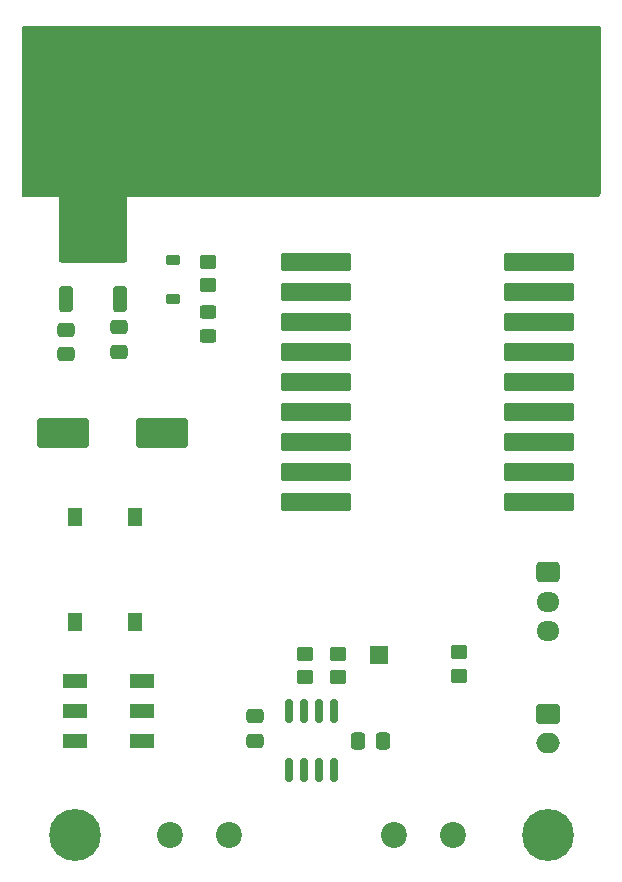
<source format=gbr>
%TF.GenerationSoftware,KiCad,Pcbnew,9.0.2*%
%TF.CreationDate,2025-07-25T15:36:06+01:00*%
%TF.ProjectId,doorbell_pcb_v2,646f6f72-6265-46c6-9c5f-7063625f7632,rev?*%
%TF.SameCoordinates,Original*%
%TF.FileFunction,Soldermask,Top*%
%TF.FilePolarity,Negative*%
%FSLAX46Y46*%
G04 Gerber Fmt 4.6, Leading zero omitted, Abs format (unit mm)*
G04 Created by KiCad (PCBNEW 9.0.2) date 2025-07-25 15:36:06*
%MOMM*%
%LPD*%
G01*
G04 APERTURE LIST*
G04 Aperture macros list*
%AMRoundRect*
0 Rectangle with rounded corners*
0 $1 Rounding radius*
0 $2 $3 $4 $5 $6 $7 $8 $9 X,Y pos of 4 corners*
0 Add a 4 corners polygon primitive as box body*
4,1,4,$2,$3,$4,$5,$6,$7,$8,$9,$2,$3,0*
0 Add four circle primitives for the rounded corners*
1,1,$1+$1,$2,$3*
1,1,$1+$1,$4,$5*
1,1,$1+$1,$6,$7*
1,1,$1+$1,$8,$9*
0 Add four rect primitives between the rounded corners*
20,1,$1+$1,$2,$3,$4,$5,0*
20,1,$1+$1,$4,$5,$6,$7,0*
20,1,$1+$1,$6,$7,$8,$9,0*
20,1,$1+$1,$8,$9,$2,$3,0*%
G04 Aperture macros list end*
%ADD10RoundRect,0.250000X0.475000X-0.337500X0.475000X0.337500X-0.475000X0.337500X-0.475000X-0.337500X0*%
%ADD11RoundRect,0.250000X0.450000X-0.350000X0.450000X0.350000X-0.450000X0.350000X-0.450000X-0.350000X0*%
%ADD12C,4.400000*%
%ADD13RoundRect,0.250000X-0.337500X-0.475000X0.337500X-0.475000X0.337500X0.475000X-0.337500X0.475000X0*%
%ADD14RoundRect,0.250000X-0.750000X0.600000X-0.750000X-0.600000X0.750000X-0.600000X0.750000X0.600000X0*%
%ADD15O,2.000000X1.700000*%
%ADD16RoundRect,0.250000X0.450000X-0.325000X0.450000X0.325000X-0.450000X0.325000X-0.450000X-0.325000X0*%
%ADD17RoundRect,0.250000X1.950000X1.000000X-1.950000X1.000000X-1.950000X-1.000000X1.950000X-1.000000X0*%
%ADD18R,2.000000X1.200000*%
%ADD19R,1.300000X1.500000*%
%ADD20RoundRect,0.150000X0.150000X-0.825000X0.150000X0.825000X-0.150000X0.825000X-0.150000X-0.825000X0*%
%ADD21C,2.200000*%
%ADD22RoundRect,0.250000X-0.475000X0.337500X-0.475000X-0.337500X0.475000X-0.337500X0.475000X0.337500X0*%
%ADD23RoundRect,0.250000X0.350000X-0.850000X0.350000X0.850000X-0.350000X0.850000X-0.350000X-0.850000X0*%
%ADD24RoundRect,0.249997X2.650003X-2.950003X2.650003X2.950003X-2.650003X2.950003X-2.650003X-2.950003X0*%
%ADD25RoundRect,0.250000X-0.725000X0.600000X-0.725000X-0.600000X0.725000X-0.600000X0.725000X0.600000X0*%
%ADD26O,1.950000X1.700000*%
%ADD27RoundRect,0.225000X2.775000X0.525000X-2.775000X0.525000X-2.775000X-0.525000X2.775000X-0.525000X0*%
%ADD28C,1.000000*%
%ADD29RoundRect,0.225000X-2.775000X-0.525000X2.775000X-0.525000X2.775000X0.525000X-2.775000X0.525000X0*%
%ADD30RoundRect,0.250000X-0.450000X0.350000X-0.450000X-0.350000X0.450000X-0.350000X0.450000X0.350000X0*%
%ADD31R,1.500000X1.500000*%
%ADD32RoundRect,0.225000X-0.375000X0.225000X-0.375000X-0.225000X0.375000X-0.225000X0.375000X0.225000X0*%
G04 APERTURE END LIST*
D10*
%TO.C,C2*%
X145250000Y-116037500D03*
X145250000Y-113962500D03*
%TD*%
D11*
%TO.C,R4*%
X141250000Y-77475000D03*
X141250000Y-75475000D03*
%TD*%
%TO.C,R3*%
X162500000Y-110500000D03*
X162500000Y-108500000D03*
%TD*%
D12*
%TO.C,H2*%
X170000000Y-60000000D03*
%TD*%
D11*
%TO.C,R1*%
X149500000Y-110662500D03*
X149500000Y-108662500D03*
%TD*%
D13*
%TO.C,C1*%
X153962500Y-116000000D03*
X156037500Y-116000000D03*
%TD*%
D14*
%TO.C,J3*%
X170000000Y-113750000D03*
D15*
X170000000Y-116250000D03*
%TD*%
D16*
%TO.C,D3*%
X141250000Y-81750000D03*
X141250000Y-79700000D03*
%TD*%
D17*
%TO.C,C3*%
X137400000Y-90000000D03*
X129000000Y-90000000D03*
%TD*%
D18*
%TO.C,SW1*%
X130000000Y-116000000D03*
X130000000Y-113500000D03*
X130000000Y-111000000D03*
X135700000Y-116000000D03*
X135700000Y-113500000D03*
X135700000Y-111000000D03*
%TD*%
D12*
%TO.C,H1*%
X130000000Y-60000000D03*
%TD*%
%TO.C,H4*%
X130000000Y-124000000D03*
%TD*%
D19*
%TO.C,D1*%
X135100000Y-97100000D03*
X130000000Y-97100000D03*
X130000000Y-106000000D03*
X135100000Y-106000000D03*
%TD*%
D20*
%TO.C,U1*%
X148095000Y-118475000D03*
X149365000Y-118475000D03*
X150635000Y-118475000D03*
X151905000Y-118475000D03*
X151905000Y-113525000D03*
X150635000Y-113525000D03*
X149365000Y-113525000D03*
X148095000Y-113525000D03*
%TD*%
D21*
%TO.C,J1*%
X138000000Y-124000000D03*
X143000000Y-124000000D03*
%TD*%
D12*
%TO.C,H3*%
X170000000Y-124000000D03*
%TD*%
D21*
%TO.C,J2*%
X157000000Y-124000000D03*
X162000000Y-124000000D03*
%TD*%
D22*
%TO.C,C5*%
X129250000Y-81212500D03*
X129250000Y-83287500D03*
%TD*%
%TO.C,C7*%
X133750000Y-81000000D03*
X133750000Y-83075000D03*
%TD*%
D23*
%TO.C,U2*%
X129245000Y-78625000D03*
D24*
X131525000Y-72325000D03*
D23*
X133805000Y-78625000D03*
%TD*%
D25*
%TO.C,J4*%
X170000000Y-101750000D03*
D26*
X170000000Y-104250000D03*
X170000000Y-106750000D03*
%TD*%
D27*
%TO.C,U3*%
X150440000Y-75500000D03*
D28*
X152250000Y-75500000D03*
D27*
X150440000Y-78040000D03*
D28*
X152250000Y-78040000D03*
D27*
X150440000Y-80580000D03*
D28*
X152250000Y-80580000D03*
D27*
X150440000Y-83120000D03*
D28*
X152250000Y-83120000D03*
D27*
X150440000Y-85660000D03*
D28*
X152250000Y-85660000D03*
D27*
X150440000Y-88200000D03*
D28*
X152250000Y-88200000D03*
D27*
X150440000Y-90740000D03*
D28*
X152250000Y-90740000D03*
D27*
X150440000Y-93280000D03*
D28*
X152250000Y-93280000D03*
D27*
X150440000Y-95820000D03*
D28*
X152250000Y-95820000D03*
X167490000Y-95820000D03*
D29*
X169300000Y-95820000D03*
D28*
X167490000Y-93280000D03*
D29*
X169300000Y-93280000D03*
D28*
X167490000Y-90740000D03*
D29*
X169300000Y-90740000D03*
D28*
X167490000Y-88200000D03*
D29*
X169300000Y-88200000D03*
D28*
X167490000Y-85660000D03*
D29*
X169300000Y-85660000D03*
D28*
X167490000Y-83120000D03*
D29*
X169300000Y-83120000D03*
D28*
X167490000Y-80580000D03*
D29*
X169300000Y-80580000D03*
D28*
X167490000Y-78040000D03*
D29*
X169300000Y-78040000D03*
D28*
X167490000Y-75500000D03*
D29*
X169300000Y-75500000D03*
%TD*%
D30*
%TO.C,R2*%
X152250000Y-108662500D03*
X152250000Y-110662500D03*
%TD*%
D31*
%TO.C,TP1*%
X155750000Y-108750000D03*
%TD*%
D32*
%TO.C,D2*%
X138250000Y-75350000D03*
X138250000Y-78650000D03*
%TD*%
G36*
X174443039Y-55519685D02*
G01*
X174488794Y-55572489D01*
X174500000Y-55624000D01*
X174500000Y-69698638D01*
X174480315Y-69765677D01*
X174463681Y-69786319D01*
X174286319Y-69963681D01*
X174224996Y-69997166D01*
X174198638Y-70000000D01*
X125624000Y-70000000D01*
X125556961Y-69980315D01*
X125511206Y-69927511D01*
X125500000Y-69876000D01*
X125500000Y-55624000D01*
X125519685Y-55556961D01*
X125572489Y-55511206D01*
X125624000Y-55500000D01*
X174376000Y-55500000D01*
X174443039Y-55519685D01*
G37*
M02*

</source>
